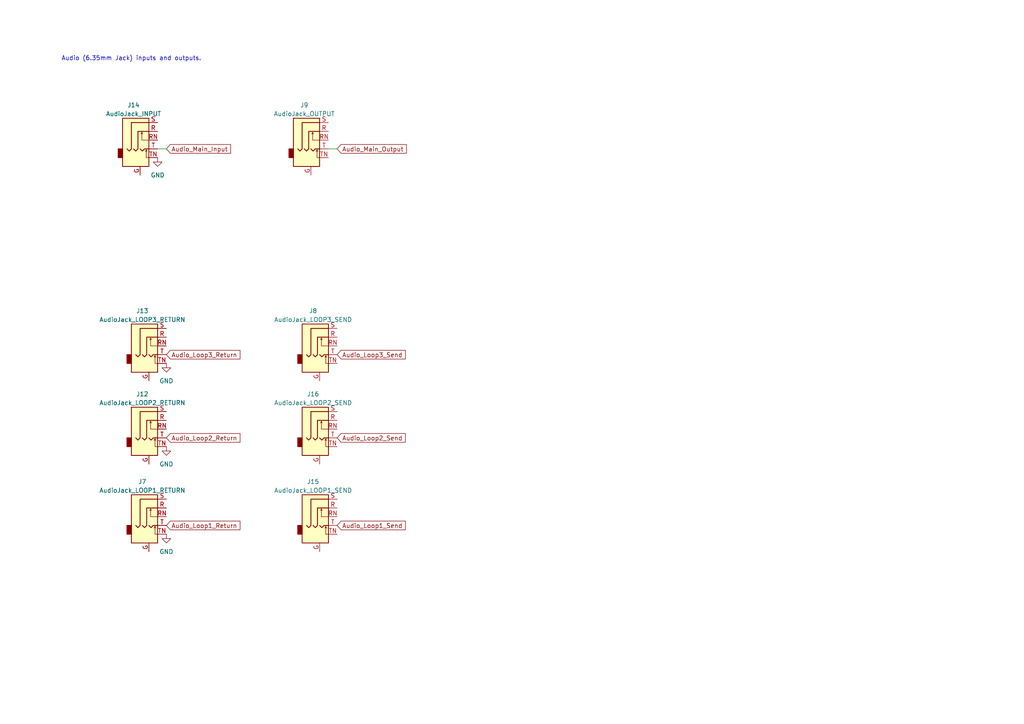
<source format=kicad_sch>
(kicad_sch (version 20230121) (generator eeschema)
  (paper "A4")
  (lib_symbols
    (symbol "Connector_Audio:AudioJack3_Ground_SwitchTR"
      (property "Reference" "J" (at 0 8.89 0))
      (property "Value" "AudioJack3_Ground_SwitchTR" (at 0 6.35 0))
      (symbol "AudioJack3_Ground_SwitchTR_0_1"
        (rectangle (start -5.08 -5.08) (end -6.35 -7.62) (stroke (width 0.254)) (fill (type outline)))
        (polyline (pts (xy 0.508 -0.254) (xy 0.762 -0.762)))
        (polyline (pts (xy 1.778 -5.334) (xy 2.032 -5.842)))
        (polyline (pts (xy 0 -5.08) (xy 0.635 -5.715) (xy 1.27 -5.08) (xy 2.54 -5.08)) (stroke (width 0.254)))
        (polyline (pts (xy 2.54 -7.62) (xy 1.778 -7.62) (xy 1.778 -5.334) (xy 1.524 -5.842)))
        (polyline (pts (xy 2.54 -2.54) (xy 0.508 -2.54) (xy 0.508 -0.254) (xy 0.254 -0.762)))
        (polyline (pts (xy -1.905 -5.08) (xy -1.27 -5.715) (xy -0.635 -5.08) (xy -0.635 0) (xy 2.54 0)) (stroke (width 0.254)))
        (polyline (pts (xy 2.54 2.54) (xy -2.54 2.54) (xy -2.54 -5.08) (xy -3.175 -5.715) (xy -3.81 -5.08)) (stroke (width 0.254)))
        (rectangle (start 2.54 3.81) (end -5.08 -10.16) (stroke (width 0.254)) (fill (type background)))
      )
      (symbol "AudioJack3_Ground_SwitchTR_1_1"
        (pin passive line (at 0 -12.7 90) (length 2.54) (name "~") (number "G"))
        (pin passive line (at 5.08 0 180) (length 2.54) (name "~") (number "R"))
        (pin passive line (at 5.08 -2.54 180) (length 2.54) (name "~") (number "RN"))
        (pin passive line (at 5.08 2.54 180) (length 2.54) (name "~") (number "S"))
        (pin passive line (at 5.08 -5.08 180) (length 2.54) (name "~") (number "T"))
        (pin passive line (at 5.08 -7.62 180) (length 2.54) (name "~") (number "TN"))
      )
    )
    (symbol "power:GND" (power) (pin_names (offset 0))
      (property "Value" "GND" (at 0 -3.81 0))
      (symbol "GND_0_1"
        (polyline (pts (xy 0 0) (xy 0 -1.27) (xy 1.27 -1.27) (xy 0 -2.54) (xy -1.27 -1.27) (xy 0 -1.27)))
      )
      (symbol "GND_1_1"
        (pin power_in line (at 0 0 270) (length 0) hide (name "GND") (number "1"))
      )
    )
  )
  (wire (pts (xy 48.26 43.18) (xy 45.72 43.18)))
  (wire (pts (xy 97.79 43.18) (xy 95.25 43.18)))
  (text "Audio (6.35mm Jack) inputs and outputs.\n" (at 17.78 17.78 0) (effects (font (size 1.27 1.27)) (justify left bottom)))
  (global_label "Audio_Loop1_Send" (shape input) (at 97.79 152.4 0) (property "Intersheetrefs" "${INTERSHEET_REFS}" (effects hide)))
  (global_label "Audio_Loop2_Return" (shape input) (at 48.26 127 0) (property "Intersheetrefs" "${INTERSHEET_REFS}" (effects hide)))
  (global_label "Audio_Loop2_Send" (shape input) (at 97.79 127 0) (property "Intersheetrefs" "${INTERSHEET_REFS}" (effects hide)))
  (global_label "Audio_Loop1_Return" (shape input) (at 48.26 152.4 0) (property "Intersheetrefs" "${INTERSHEET_REFS}" (effects hide)))
  (global_label "Audio_Loop3_Send" (shape input) (at 97.79 102.87 0) (property "Intersheetrefs" "${INTERSHEET_REFS}" (effects hide)))
  (global_label "Audio_Main_Output" (shape input) (at 97.79 43.18 0) (property "Intersheetrefs" "${INTERSHEET_REFS}" (effects hide)))
  (global_label "Audio_Loop3_Return" (shape input) (at 48.26 102.87 0) (property "Intersheetrefs" "${INTERSHEET_REFS}" (effects hide)))
  (global_label "Audio_Main_Input" (shape input) (at 48.26 43.18 0) (property "Intersheetrefs" "${INTERSHEET_REFS}" (effects hide)))
  (symbol (lib_id "Connector_Audio:AudioJack3_Ground_SwitchTR") (at 92.71 147.32 0) (unit 1)
    (property "Reference" "J15" (at 90.805 139.7 0))
    (property "Value" "AudioJack_LOOP1_SEND" (at 90.805 142.24 0))
    (property "Footprint" "Connector_Audio:Jack_6.35mm_Neutrik_NMJ6HCD2_Horizontal" (effects hide))
    (instances (project "stm_audio_board_V3" (path "" (reference "J15") (unit 1)) (path "" (reference "J7") (unit 1))))
  )
  (symbol (lib_id "Connector_Audio:AudioJack3_Ground_SwitchTR") (at 92.71 97.79 0) (unit 1)
    (property "Reference" "J8" (at 90.805 90.17 0))
    (property "Value" "AudioJack_LOOP3_SEND" (at 90.805 92.71 0))
    (property "Footprint" "Connector_Audio:Jack_6.35mm_Neutrik_NMJ6HCD2_Horizontal" (effects hide))
    (instances (project "stm_audio_board_V3" (path "" (reference "J8") (unit 1)) (path "" (reference "J11") (unit 1))))
  )
  (symbol (lib_id "Connector_Audio:AudioJack3_Ground_SwitchTR") (at 40.64 38.1 0) (unit 1)
    (property "Reference" "J14" (at 38.735 30.48 0))
    (property "Value" "AudioJack_INPUT" (at 38.735 33.02 0))
    (property "Footprint" "Connector_Audio:Jack_6.35mm_Neutrik_NMJ6HCD2_Horizontal" (effects hide))
  )
  (symbol (lib_id "power:GND") (at 45.72 45.72 0) (unit 1)
    (property "Reference" "#PWR02" (effects hide))
    (property "Value" "GND" (at 45.72 50.8 0))
    (instances (project "stm_audio_board_V3" (path "" (reference "#PWR02") (unit 1)) (path "" (reference "#PWR01") (unit 1)) (path "" (reference "#PWR013") (unit 1)) (path "" (reference "#PWR0249") (unit 1))))
  )
  (symbol (lib_id "power:GND") (at 48.26 154.94 0) (unit 1)
    (property "Reference" "#PWR02" (effects hide))
    (property "Value" "GND" (at 48.26 160.02 0))
    (instances (project "stm_audio_board_V3" (path "" (reference "#PWR02") (unit 1)) (path "" (reference "#PWR01") (unit 1)) (path "" (reference "#PWR013") (unit 1)) (path "" (reference "#PWR0254") (unit 1))))
  )
  (symbol (lib_id "Connector_Audio:AudioJack3_Ground_SwitchTR") (at 43.18 121.92 0) (unit 1)
    (property "Reference" "J12" (at 41.275 114.3 0))
    (property "Value" "AudioJack_LOOP2_RETURN" (at 41.275 116.84 0))
    (property "Footprint" "Connector_Audio:Jack_6.35mm_Neutrik_NMJ6HCD2_Horizontal" (effects hide))
    (instances (project "stm_audio_board_V3" (path "" (reference "J12") (unit 1)) (path "" (reference "J15") (unit 1))))
  )
  (symbol (lib_id "power:GND") (at 48.26 105.41 0) (unit 1)
    (property "Reference" "#PWR02" (effects hide))
    (property "Value" "GND" (at 48.26 110.49 0))
    (instances (project "stm_audio_board_V3" (path "" (reference "#PWR02") (unit 1)) (path "" (reference "#PWR01") (unit 1)) (path "" (reference "#PWR013") (unit 1)) (path "" (reference "#PWR0252") (unit 1))))
  )
  (symbol (lib_id "Connector_Audio:AudioJack3_Ground_SwitchTR") (at 90.17 38.1 0) (unit 1)
    (property "Reference" "J9" (at 88.265 30.48 0))
    (property "Value" "AudioJack_OUTPUT" (at 88.265 33.02 0))
    (property "Footprint" "Connector_Audio:Jack_6.35mm_Neutrik_NMJ6HCD2_Horizontal" (effects hide))
    (instances (project "stm_audio_board_V3" (path "" (reference "J9") (unit 1)) (path "" (reference "J13") (unit 1))))
  )
  (symbol (lib_id "power:GND") (at 48.26 129.54 0) (unit 1)
    (property "Reference" "#PWR02" (effects hide))
    (property "Value" "GND" (at 48.26 134.62 0))
    (instances (project "stm_audio_board_V3" (path "" (reference "#PWR02") (unit 1)) (path "" (reference "#PWR01") (unit 1)) (path "" (reference "#PWR013") (unit 1)) (path "" (reference "#PWR0253") (unit 1))))
  )
  (symbol (lib_id "Connector_Audio:AudioJack3_Ground_SwitchTR") (at 92.71 121.92 0) (unit 1)
    (property "Reference" "J16" (at 90.805 114.3 0))
    (property "Value" "AudioJack_LOOP2_SEND" (at 90.805 116.84 0))
    (property "Footprint" "Connector_Audio:Jack_6.35mm_Neutrik_NMJ6HCD2_Horizontal" (effects hide))
    (instances (project "stm_audio_board_V3" (path "" (reference "J16") (unit 1)) (path "" (reference "J9") (unit 1))))
  )
  (symbol (lib_id "Connector_Audio:AudioJack3_Ground_SwitchTR") (at 43.18 97.79 0) (unit 1)
    (property "Reference" "J13" (at 41.275 90.17 0))
    (property "Value" "AudioJack_LOOP3_RETURN" (at 41.275 92.71 0))
    (property "Footprint" "Connector_Audio:Jack_6.35mm_Neutrik_NMJ6HCD2_Horizontal" (effects hide))
    (instances (project "stm_audio_board_V3" (path "" (reference "J13") (unit 1)) (path "" (reference "J12") (unit 1))))
  )
  (symbol (lib_id "Connector_Audio:AudioJack3_Ground_SwitchTR") (at 43.18 147.32 0) (unit 1)
    (property "Reference" "J7" (at 41.275 139.7 0))
    (property "Value" "AudioJack_LOOP1_RETURN" (at 41.275 142.24 0))
    (property "Footprint" "Connector_Audio:Jack_6.35mm_Neutrik_NMJ6HCD2_Horizontal" (effects hide))
    (instances (project "stm_audio_board_V3" (path "" (reference "J7") (unit 1)) (path "" (reference "J8") (unit 1))))
  )
)
</source>
